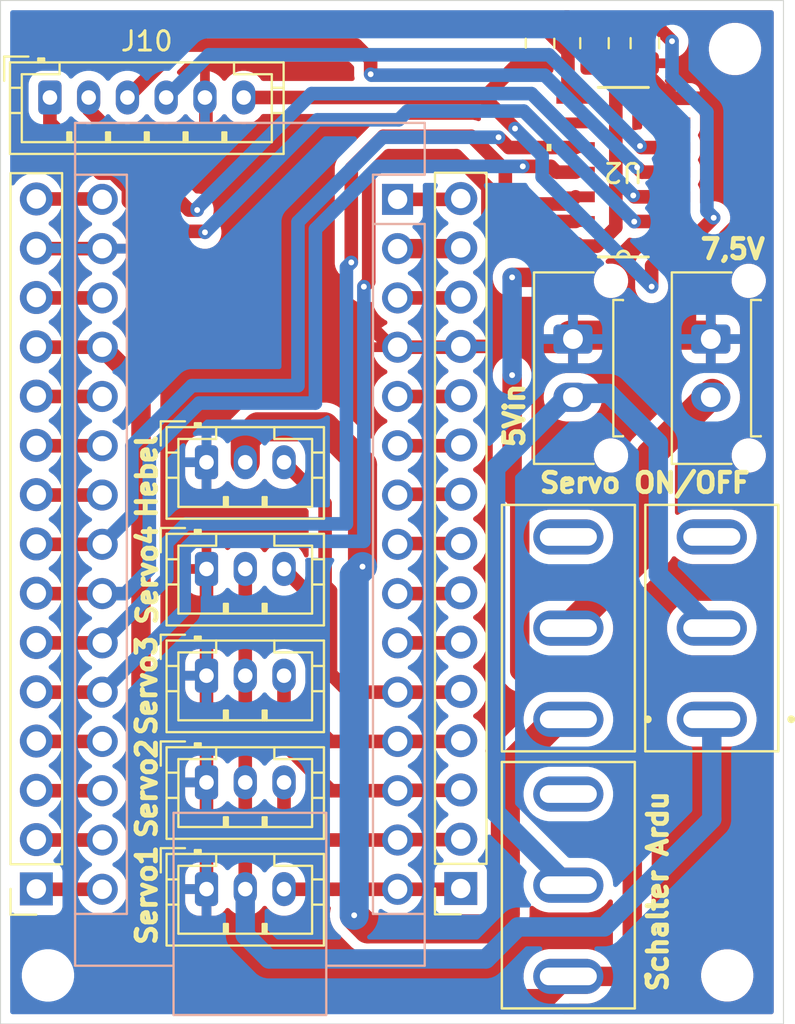
<source format=kicad_pcb>
(kicad_pcb (version 20240108) (generator "pcbnew") (generator_version "8.0")
  (layers (0 "F.Cu" signal) (31 "B.Cu" signal) (34 "B.Paste" user) (35 "F.Paste" user) (36 "B.SilkS" user "B.Silkscreen") (37 "F.SilkS" user "F.Silkscreen") (38 "B.Mask" user) (39 "F.Mask" user) (44 "Edge.Cuts" user))
  (net 0 "")
  (net 1 "GND")
  (net 2 "/A7")
  (net 3 "/kommunikation2")
  (net 4 "/A5")
  (net 5 "/Aref")
  (net 6 "+3.3V")
  (net 7 "/vin")
  (net 8 "/reset")
  (net 9 "/kommunikation4")
  (net 10 "/D13")
  (net 11 "/servo5")
  (net 12 "/D0")
  (net 13 "/servo4")
  (net 14 "/kommunikation1")
  (net 15 "/A6")
  (net 16 "/kommunikation3")
  (net 17 "/servo1")
  (net 18 "/A0")
  (net 19 "/D2")
  (net 20 "/D1")
  (net 21 "/D3")
  (net 22 "/D5")
  (net 23 "/D7")
  (net 24 "/servo2")
  (net 25 "/D4")
  (net 26 "/D6")
  (net 27 "/servo3")
  (net 28 "+5V")
  (net 29 "/pi1")
  (net 30 "/pi3")
  (net 31 "/pi4")
  (net 32 "/pi2")
  (net 33 "Net-(U2-OE)")
  (net 36 "+7.5V")
  (footprint "100SP1T1B1M1QEH:SW_100SP1T1B1M1QEH" (layer "F.Cu") (at 156.7025 59.5975 90)
    (property "Reference" "J11" (hide yes))
    (property "Value" "Conn_01x03_Pin" (hide yes))
    (pad "1" thru_hole oval (at -4.7 0 90) (size 1.81 3.62) (drill oval 0.91 2.94) (layers "*.Cu" "*.Mask") (net 28 "+5V"))
    (pad "2" thru_hole oval (at 0 0 90) (size 1.81 3.62) (drill oval 0.91 2.94) (layers "*.Cu" "*.Mask") (net 28 "+5V"))
    (pad "3" thru_hole oval (at 4.7 0 90) (size 1.81 3.62) (drill oval 0.91 2.94) (layers "*.Cu" "*.Mask"))
  )
  (footprint "Connector_JST:JST_PH_B3B-PH-K_1x03_P2.00mm_Vertical" (layer "F.Cu") (at 130.63 51.05)
    (property "Reference" "J3" (hide yes))
    (property "Value" "Conn_01x03_Pin" (hide yes))
    (pad "1" thru_hole roundrect (at 0 0) (size 1.2 1.75) (drill 0.75) (layers "*.Cu" "*.Mask") (roundrect_rratio 0.208333) (net 1 "GND"))
    (pad "2" thru_hole oval (at 2 0) (size 1.2 1.75) (drill 0.75) (layers "*.Cu" "*.Mask") (net 36 "+7.5V"))
    (pad "3" thru_hole oval (at 4 0) (size 1.2 1.75) (drill 0.75) (layers "*.Cu" "*.Mask") (net 11 "/servo5"))
  )
  (footprint "100SP1T1B1M1QEH:SW_100SP1T1B1M1QEH" (layer "F.Cu") (at 149.3 72.85 90)
    (property "Reference" "J1" (hide yes))
    (property "Value" "Conn_01x03_Pin" (hide yes))
    (pad "1" thru_hole oval (at -4.7 0 90) (size 1.81 3.62) (drill oval 0.91 2.94) (layers "*.Cu" "*.Mask") (net 28 "+5V"))
    (pad "2" thru_hole oval (at 0 0 90) (size 1.81 3.62) (drill oval 0.91 2.94) (layers "*.Cu" "*.Mask") (net 28 "+5V"))
    (pad "3" thru_hole oval (at 4.7 0 90) (size 1.81 3.62) (drill oval 0.91 2.94) (layers "*.Cu" "*.Mask"))
  )
  (footprint "Connector_JST:JST_PH_B6B-PH-K_1x06_P2.00mm_Vertical" (layer "F.Cu") (at 122.55 32.25)
    (property "Reference" "J10" (at 5 -2.9 0) (layer "F.SilkS"))
    (property "Value" "Conn_01x06_Pin")
    (pad "1" thru_hole roundrect (at 0 0) (size 1.2 1.75) (drill 0.75) (layers "*.Cu" "*.Mask") (roundrect_rratio 0.208333) (net 29 "/pi1"))
    (pad "2" thru_hole oval (at 2 0) (size 1.2 1.75) (drill 0.75) (layers "*.Cu" "*.Mask") (net 32 "/pi2"))
    (pad "3" thru_hole oval (at 4 0) (size 1.2 1.75) (drill 0.75) (layers "*.Cu" "*.Mask") (net 30 "/pi3"))
    (pad "4" thru_hole oval (at 6 0) (size 1.2 1.75) (drill 0.75) (layers "*.Cu" "*.Mask") (net 31 "/pi4"))
    (pad "5" thru_hole oval (at 8 0) (size 1.2 1.75) (drill 0.75) (layers "*.Cu" "*.Mask") (net 1 "GND"))
    (pad "6" thru_hole oval (at 10 0) (size 1.2 1.75) (drill 0.75) (layers "*.Cu" "*.Mask") (net 6 "+3.3V"))
  )
  (footprint "Connector_Molex:Molex_Micro-Fit_3.0_43650-0215_1x02_P3.00mm_Vertical" (layer "F.Cu") (at 156.65 44.7 -90)
    (property "Reference" "7,5Vin1" (hide yes))
    (property "Value" "Conn_01x02_Pin" (hide yes))
    (pad "" np_thru_hole circle (at -3 -1.96 270) (size 1.27 1.27) (drill 1.27) (layers "*.Cu" "*.Mask"))
    (pad "" np_thru_hole circle (at 6 -1.96 270) (size 1.27 1.27) (drill 1.27) (layers "*.Cu" "*.Mask"))
    (pad "1" thru_hole roundrect (at 0 0 270) (size 1.5 2.02) (drill 1.02) (layers "*.Cu" "*.Mask") (roundrect_rratio 0.166667) (net 1 "GND"))
    (pad "2" thru_hole oval (at 3 0 270) (size 1.5 2.02) (drill 1.02) (layers "*.Cu" "*.Mask") (net 36 "+7.5V"))
  )
  (footprint "100SP1T1B1M1QEH:SW_100SP1T1B1M1QEH" (layer "F.Cu") (at 149.3025 59.6 90)
    (property "Reference" "J9" (hide yes))
    (property "Value" "Conn_01x03_Pin" (hide yes))
    (pad "1" thru_hole oval (at -4.7 0 90) (size 1.81 3.62) (drill oval 0.91 2.94) (layers "*.Cu" "*.Mask") (net 36 "+7.5V"))
    (pad "2" thru_hole oval (at 0 0 90) (size 1.81 3.62) (drill oval 0.91 2.94) (layers "*.Cu" "*.Mask") (net 36 "+7.5V"))
    (pad "3" thru_hole oval (at 4.7 0 90) (size 1.81 3.62) (drill oval 0.91 2.94) (layers "*.Cu" "*.Mask"))
  )
  (footprint "Connector_Molex:Molex_Micro-Fit_3.0_43650-0215_1x02_P3.00mm_Vertical" (layer "F.Cu") (at 149.54 44.7 -90)
    (property "Reference" "5Vin1" (hide yes))
    (property "Value" "Conn_01x02_Pin" (hide yes))
    (pad "" np_thru_hole circle (at -3 -1.96 270) (size 1.27 1.27) (drill 1.27) (layers "*.Cu" "*.Mask"))
    (pad "" np_thru_hole circle (at 6 -1.96 270) (size 1.27 1.27) (drill 1.27) (layers "*.Cu" "*.Mask"))
    (pad "1" thru_hole roundrect (at 0 0 270) (size 1.5 2.02) (drill 1.02) (layers "*.Cu" "*.Mask") (roundrect_rratio 0.166667) (net 1 "GND"))
    (pad "2" thru_hole oval (at 3 0 270) (size 1.5 2.02) (drill 1.02) (layers "*.Cu" "*.Mask") (net 28 "+5V"))
  )
  (footprint "Capacitor_SMD:C_0805_2012Metric_Pad1.18x1.45mm_HandSolder" (layer "F.Cu") (at 153.25 29.45 90)
    (property "Reference" "C1" (hide yes))
    (property "Value" "C" (hide yes))
    (pad "1" smd roundrect (at -1.0375 0 90) (size 1.175 1.45) (layers "F.Cu" "F.Paste" "F.Mask") (roundrect_rratio 0.212766) (net 1 "GND"))
    (pad "2" smd roundrect (at 1.0375 0 90) (size 1.175 1.45) (layers "F.Cu" "F.Paste" "F.Mask") (roundrect_rratio 0.212766) (net 6 "+3.3V"))
  )
  (footprint "Connector_JST:JST_PH_B3B-PH-K_1x03_P2.00mm_Vertical" (layer "F.Cu") (at 130.63 56.55)
    (property "Reference" "J4" (hide yes))
    (property "Value" "Conn_01x03_Pin" (hide yes))
    (pad "1" thru_hole roundrect (at 0 0) (size 1.2 1.75) (drill 0.75) (layers "*.Cu" "*.Mask") (roundrect_rratio 0.208333) (net 1 "GND"))
    (pad "2" thru_hole oval (at 2 0) (size 1.2 1.75) (drill 0.75) (layers "*.Cu" "*.Mask") (net 28 "+5V"))
    (pad "3" thru_hole oval (at 4 0) (size 1.2 1.75) (drill 0.75) (layers "*.Cu" "*.Mask") (net 13 "/servo4"))
  )
  (footprint "Capacitor_SMD:C_0805_2012Metric_Pad1.18x1.45mm_HandSolder" (layer "F.Cu") (at 150.65 29.45 -90)
    (property "Reference" "C2" (hide yes))
    (property "Value" "C" (hide yes))
    (pad "1" smd roundrect (at -1.0375 0 270) (size 1.175 1.45) (layers "F.Cu" "F.Paste" "F.Mask") (roundrect_rratio 0.212766) (net 1 "GND"))
    (pad "2" smd roundrect (at 1.0375 0 270) (size 1.175 1.45) (layers "F.Cu" "F.Paste" "F.Mask") (roundrect_rratio 0.212766) (net 28 "+5V"))
  )
  (footprint "MountingHole:MountingHole_2.2mm_M2" (layer "F.Cu") (at 157.5 77.5)
    (property "Reference" "REF**" (hide yes))
    (property "Value" "MountingHole_2.2mm_M2" (hide yes))
    (pad "" np_thru_hole circle (at 0 0) (size 2.2 2.2) (drill 2.2) (layers "F&B.Cu" "*.Mask"))
  )
  (footprint "Connector_JST:JST_PH_B3B-PH-K_1x03_P2.00mm_Vertical" (layer "F.Cu") (at 130.63 62.05)
    (property "Reference" "J6" (hide yes))
    (property "Value" "Conn_01x03_Pin" (hide yes))
    (pad "1" thru_hole roundrect (at 0 0) (size 1.2 1.75) (drill 0.75) (layers "*.Cu" "*.Mask") (roundrect_rratio 0.208333) (net 1 "GND"))
    (pad "2" thru_hole oval (at 2 0) (size 1.2 1.75) (drill 0.75) (layers "*.Cu" "*.Mask") (net 28 "+5V"))
    (pad "3" thru_hole oval (at 4 0) (size 1.2 1.75) (drill 0.75) (layers "*.Cu" "*.Mask") (net 27 "/servo3"))
  )
  (footprint "Connector_JST:JST_PH_B3B-PH-K_1x03_P2.00mm_Vertical" (layer "F.Cu") (at 130.63 67.55)
    (property "Reference" "J5" (hide yes))
    (property "Value" "Conn_01x03_Pin" (hide yes))
    (pad "1" thru_hole roundrect (at 0 0) (size 1.2 1.75) (drill 0.75) (layers "*.Cu" "*.Mask") (roundrect_rratio 0.208333) (net 1 "GND"))
    (pad "2" thru_hole oval (at 2 0) (size 1.2 1.75) (drill 0.75) (layers "*.Cu" "*.Mask") (net 28 "+5V"))
    (pad "3" thru_hole oval (at 4 0) (size 1.2 1.75) (drill 0.75) (layers "*.Cu" "*.Mask") (net 24 "/servo2"))
  )
  (footprint "Connector_PinSocket_2.54mm:PinSocket_1x15_P2.54mm_Vertical" (layer "F.Cu") (at 143.75 73.02 180)
    (property "Reference" "J7" (hide yes))
    (property "Value" "Conn_01x15_Pin" (hide yes))
    (pad "1" thru_hole rect (at 0 0 180) (size 1.7 1.7) (drill 1) (layers "*.Cu" "*.Mask") (net 17 "/servo1"))
    (pad "2" thru_hole oval (at 0 2.54 180) (size 1.7 1.7) (drill 1) (layers "*.Cu" "*.Mask") (net 24 "/servo2"))
    (pad "3" thru_hole oval (at 0 5.08 180) (size 1.7 1.7) (drill 1) (layers "*.Cu" "*.Mask") (net 27 "/servo3"))
    (pad "4" thru_hole oval (at 0 7.62 180) (size 1.7 1.7) (drill 1) (layers "*.Cu" "*.Mask") (net 13 "/servo4"))
    (pad "5" thru_hole oval (at 0 10.16 180) (size 1.7 1.7) (drill 1) (layers "*.Cu" "*.Mask") (net 11 "/servo5"))
    (pad "6" thru_hole oval (at 0 12.7 180) (size 1.7 1.7) (drill 1) (layers "*.Cu" "*.Mask") (net 23 "/D7"))
    (pad "7" thru_hole oval (at 0 15.24 180) (size 1.7 1.7) (drill 1) (layers "*.Cu" "*.Mask") (net 26 "/D6"))
    (pad "8" thru_hole oval (at 0 17.78 180) (size 1.7 1.7) (drill 1) (layers "*.Cu" "*.Mask") (net 22 "/D5"))
    (pad "9" thru_hole oval (at 0 20.32 180) (size 1.7 1.7) (drill 1) (layers "*.Cu" "*.Mask") (net 25 "/D4"))
    (pad "10" thru_hole oval (at 0 22.86 180) (size 1.7 1.7) (drill 1) (layers "*.Cu" "*.Mask") (net 21 "/D3"))
    (pad "11" thru_hole oval (at 0 25.4 180) (size 1.7 1.7) (drill 1) (layers "*.Cu" "*.Mask") (net 19 "/D2"))
    (pad "12" thru_hole oval (at 0 27.94 180) (size 1.7 1.7) (drill 1) (layers "*.Cu" "*.Mask") (net 1 "GND"))
    (pad "13" thru_hole oval (at 0 30.48 180) (size 1.7 1.7) (drill 1) (layers "*.Cu" "*.Mask") (net 8 "/reset"))
    (pad "14" thru_hole oval (at 0 33.02 180) (size 1.7 1.7) (drill 1) (layers "*.Cu" "*.Mask") (net 12 "/D0"))
    (pad "15" thru_hole oval (at 0 35.56 180) (size 1.7 1.7) (drill 1) (layers "*.Cu" "*.Mask") (net 20 "/D1"))
  )
  (footprint "TXB0104DR:D14" (layer "F.Cu") (at 152.1389 36.1 180)
    (property "Reference" "U2" (at 0 0 180) (layer "F.SilkS"))
    (property "Value" "TXB0104D" (hide yes))
    (pad "1" smd rect (at -2.4638 -3.81 180) (size 1.9812 0.5588) (layers "F.Cu" "F.Paste" "F.Mask") (net 6 "+3.3V"))
    (pad "2" smd rect (at -2.4638 -2.54 180) (size 1.9812 0.5588) (layers "F.Cu" "F.Paste" "F.Mask") (net 29 "/pi1"))
    (pad "3" smd rect (at -2.4638 -1.27 180) (size 1.9812 0.5588) (layers "F.Cu" "F.Paste" "F.Mask") (net 32 "/pi2"))
    (pad "4" smd rect (at -2.4638 0 180) (size 1.9812 0.5588) (layers "F.Cu" "F.Paste" "F.Mask") (net 30 "/pi3"))
    (pad "5" smd rect (at -2.4638 1.27 180) (size 1.9812 0.5588) (layers "F.Cu" "F.Paste" "F.Mask") (net 31 "/pi4"))
    (pad "6" smd rect (at -2.4638 2.54 180) (size 1.9812 0.5588) (layers "F.Cu" "F.Paste" "F.Mask"))
    (pad "7" smd rect (at -2.4638 3.81 180) (size 1.9812 0.5588) (layers "F.Cu" "F.Paste" "F.Mask") (net 1 "GND"))
    (pad "8" smd rect (at 2.4638 3.81 180) (size 1.9812 0.5588) (layers "F.Cu" "F.Paste" "F.Mask") (net 33 "Net-(U2-OE)"))
    (pad "9" smd rect (at 2.4638 2.54 180) (size 1.9812 0.5588) (layers "F.Cu" "F.Paste" "F.Mask"))
    (pad "10" smd rect (at 2.4638 1.27 180) (size 1.9812 0.5588) (layers "F.Cu" "F.Paste" "F.Mask") (net 9 "/kommunikation4"))
    (pad "11" smd rect (at 2.4638 0 180) (size 1.9812 0.5588) (layers "F.Cu" "F.Paste" "F.Mask") (net 16 "/kommunikation3"))
    (pad "12" smd rect (at 2.4638 -1.27 180) (size 1.9812 0.5588) (layers "F.Cu" "F.Paste" "F.Mask") (net 3 "/kommunikation2"))
    (pad "13" smd rect (at 2.4638 -2.54 180) (size 1.9812 0.5588) (layers "F.Cu" "F.Paste" "F.Mask") (net 14 "/kommunikation1"))
    (pad "14" smd rect (at 2.4638 -3.81 180) (size 1.9812 0.5588) (layers "F.Cu" "F.Paste" "F.Mask") (net 28 "+5V"))
  )
  (footprint "Connector_PinSocket_2.54mm:PinSocket_1x15_P2.54mm_Vertical" (layer "F.Cu") (at 121.85 73.04 180)
    (property "Reference" "J8" (hide yes))
    (property "Value" "Conn_01x15_Pin" (hide yes))
    (pad "1" thru_hole rect (at 0 0 180) (size 1.7 1.7) (drill 1) (layers "*.Cu" "*.Mask") (net 10 "/D13"))
    (pad "2" thru_hole oval (at 0 2.54 180) (size 1.7 1.7) (drill 1) (layers "*.Cu" "*.Mask") (net 6 "+3.3V"))
    (pad "3" thru_hole oval (at 0 5.08 180) (size 1.7 1.7) (drill 1) (layers "*.Cu" "*.Mask") (net 5 "/Aref"))
    (pad "4" thru_hole oval (at 0 7.62 180) (size 1.7 1.7) (drill 1) (layers "*.Cu" "*.Mask") (net 18 "/A0"))
    (pad "5" thru_hole oval (at 0 10.16 180) (size 1.7 1.7) (drill 1) (layers "*.Cu" "*.Mask") (net 14 "/kommunikation1"))
    (pad "6" thru_hole oval (at 0 12.7 180) (size 1.7 1.7) (drill 1) (layers "*.Cu" "*.Mask") (net 3 "/kommunikation2"))
    (pad "7" thru_hole oval (at 0 15.24 180) (size 1.7 1.7) (drill 1) (layers "*.Cu" "*.Mask") (net 16 "/kommunikation3"))
    (pad "8" thru_hole oval (at 0 17.78 180) (size 1.7 1.7) (drill 1) (layers "*.Cu" "*.Mask") (net 9 "/kommunikation4"))
    (pad "9" thru_hole oval (at 0 20.32 180) (size 1.7 1.7) (drill 1) (layers "*.Cu" "*.Mask") (net 4 "/A5"))
    (pad "10" thru_hole oval (at 0 22.86 180) (size 1.7 1.7) (drill 1) (layers "*.Cu" "*.Mask") (net 15 "/A6"))
    (pad "11" thru_hole oval (at 0 25.4 180) (size 1.7 1.7) (drill 1) (layers "*.Cu" "*.Mask") (net 2 "/A7"))
    (pad "12" thru_hole oval (at 0 27.94 180) (size 1.7 1.7) (drill 1) (layers "*.Cu" "*.Mask") (net 28 "+5V"))
    (pad "13" thru_hole oval (at 0 30.48 180) (size 1.7 1.7) (drill 1) (layers "*.Cu" "*.Mask") (net 8 "/reset"))
    (pad "14" thru_hole oval (at 0 33.02 180) (size 1.7 1.7) (drill 1) (layers "*.Cu" "*.Mask") (net 1 "GND"))
    (pad "15" thru_hole oval (at 0 35.56 180) (size 1.7 1.7) (drill 1) (layers "*.Cu" "*.Mask") (net 7 "/vin"))
  )
  (footprint "Connector_JST:JST_PH_B3B-PH-K_1x03_P2.00mm_Vertical" (layer "F.Cu") (at 130.63 73.05)
    (property "Reference" "J2" (hide yes))
    (property "Value" "Conn_01x03_Pin" (hide yes))
    (pad "1" thru_hole roundrect (at 0 0) (size 1.2 1.75) (drill 0.75) (layers "*.Cu" "*.Mask") (roundrect_rratio 0.208333) (net 1 "GND"))
    (pad "2" thru_hole oval (at 2 0) (size 1.2 1.75) (drill 0.75) (layers "*.Cu" "*.Mask") (net 28 "+5V"))
    (pad "3" thru_hole oval (at 4 0) (size 1.2 1.75) (drill 0.75) (layers "*.Cu" "*.Mask") (net 17 "/servo1"))
  )
  (footprint "Resistor_SMD:R_0805_2012Metric_Pad1.20x1.40mm_HandSolder" (layer "F.Cu") (at 147.84 29.45 90)
    (property "Reference" "R1" (hide yes))
    (property "Value" "R_Small" (hide yes))
    (pad "1" smd roundrect (at -1 0 90) (size 1.2 1.4) (layers "F.Cu" "F.Paste" "F.Mask") (roundrect_rratio 0.208333) (net 6 "+3.3V"))
    (pad "2" smd roundrect (at 1 0 90) (size 1.2 1.4) (layers "F.Cu" "F.Paste" "F.Mask") (roundrect_rratio 0.208333) (net 33 "Net-(U2-OE)"))
  )
  (footprint "MountingHole:MountingHole_2.2mm_M2" (layer "F.Cu") (at 122.45 77.5)
    (property "Reference" "REF**" (hide yes))
    (property "Value" "MountingHole_2.2mm_M2" (hide yes))
    (pad "" np_thru_hole circle (at 0 0) (size 2.2 2.2) (drill 2.2) (layers "F&B.Cu" "*.Mask"))
  )
  (footprint "MountingHole:MountingHole_2.2mm_M2" (layer "F.Cu") (at 157.9 29.75)
    (property "Reference" "REF**" (hide yes))
    (property "Value" "MountingHole_2.2mm_M2" (hide yes))
    (pad "" np_thru_hole circle (at 0 0) (size 2.2 2.2) (drill 2.2) (layers "F&B.Cu" "*.Mask"))
  )
  (footprint "Module:Arduino_Nano" (layer "B.Cu") (at 140.49 37.5 180)
    (property "Reference" "A1" (hide yes))
    (property "Value" "Arduino_Nano_v3.x")
    (pad "1" thru_hole rect (at 0 0 180) (size 1.6 1.6) (drill 1) (layers "*.Cu" "*.Mask") (net 20 "/D1"))
    (pad "2" thru_hole oval (at 0 -2.54 180) (size 1.6 1.6) (drill 1) (layers "*.Cu" "*.Mask") (net 12 "/D0"))
    (pad "3" thru_hole oval (at 0 -5.08 180) (size 1.6 1.6) (drill 1) (layers "*.Cu" "*.Mask") (net 8 "/reset"))
    (pad "4" thru_hole oval (at 0 -7.62 180) (size 1.6 1.6) (drill 1) (layers "*.Cu" "*.Mask") (net 1 "GND"))
    (pad "5" thru_hole oval (at 0 -10.16 180) (size 1.6 1.6) (drill 1) (layers "*.Cu" "*.Mask") (net 19 "/D2"))
    (pad "6" thru_hole oval (at 0 -12.7 180) (size 1.6 1.6) (drill 1) (layers "*.Cu" "*.Mask") (net 21 "/D3"))
    (pad "7" thru_hole oval (at 0 -15.24 180) (size 1.6 1.6) (drill 1) (layers "*.Cu" "*.Mask") (net 25 "/D4"))
    (pad "8" thru_hole oval (at 0 -17.78 180) (size 1.6 1.6) (drill 1) (layers "*.Cu" "*.Mask") (net 22 "/D5"))
    (pad "9" thru_hole oval (at 0 -20.32 180) (size 1.6 1.6) (drill 1) (layers "*.Cu" "*.Mask") (net 26 "/D6"))
    (pad "10" thru_hole oval (at 0 -22.86 180) (size 1.6 1.6) (drill 1) (layers "*.Cu" "*.Mask") (net 23 "/D7"))
    (pad "11" thru_hole oval (at 0 -25.4 180) (size 1.6 1.6) (drill 1) (layers "*.Cu" "*.Mask") (net 11 "/servo5"))
    (pad "12" thru_hole oval (at 0 -27.94 180) (size 1.6 1.6) (drill 1) (layers "*.Cu" "*.Mask") (net 13 "/servo4"))
    (pad "13" thru_hole oval (at 0 -30.48 180) (size 1.6 1.6) (drill 1) (layers "*.Cu" "*.Mask") (net 27 "/servo3"))
    (pad "14" thru_hole oval (at 0 -33.02 180) (size 1.6 1.6) (drill 1) (layers "*.Cu" "*.Mask") (net 24 "/servo2"))
    (pad "15" thru_hole oval (at 0 -35.56 180) (size 1.6 1.6) (drill 1) (layers "*.Cu" "*.Mask") (net 17 "/servo1"))
    (pad "16" thru_hole oval (at 15.24 -35.56 180) (size 1.6 1.6) (drill 1) (layers "*.Cu" "*.Mask") (net 10 "/D13"))
    (pad "17" thru_hole oval (at 15.24 -33.02 180) (size 1.6 1.6) (drill 1) (layers "*.Cu" "*.Mask") (net 6 "+3.3V"))
    (pad "18" thru_hole oval (at 15.24 -30.48 180) (size 1.6 1.6) (drill 1) (layers "*.Cu" "*.Mask") (net 5 "/Aref"))
    (pad "19" thru_hole oval (at 15.24 -27.94 180) (size 1.6 1.6) (drill 1) (layers "*.Cu" "*.Mask") (net 18 "/A0"))
    (pad "20" thru_hole oval (at 15.24 -25.4 180) (size 1.6 1.6) (drill 1) (layers "*.Cu" "*.Mask") (net 14 "/kommunikation1"))
    (pad "21" thru_hole oval (at 15.24 -22.86 180) (size 1.6 1.6) (drill 1) (layers "*.Cu" "*.Mask") (net 3 "/kommunikation2"))
    (pad "22" thru_hole oval (at 15.24 -20.32 180) (size 1.6 1.6) (drill 1) (layers "*.Cu" "*.Mask") (net 16 "/kommunikation3"))
    (pad "23" thru_hole oval (at 15.24 -17.78 180) (size 1.6 1.6) (drill 1) (layers "*.Cu" "*.Mask") (net 9 "/kommunikation4"))
    (pad "24" thru_hole oval (at 15.24 -15.24 180) (size 1.6 1.6) (drill 1) (layers "*.Cu" "*.Mask") (net 4 "/A5"))
    (pad "25" thru_hole oval (at 15.24 -12.7 180) (size 1.6 1.6) (drill 1) (layers "*.Cu" "*.Mask") (net 15 "/A6"))
    (pad "26" thru_hole oval (at 15.24 -10.16 180) (size 1.6 1.6) (drill 1) (layers "*.Cu" "*.Mask") (net 2 "/A7"))
    (pad "27" thru_hole oval (at 15.24 -7.62 180) (size 1.6 1.6) (drill 1) (layers "*.Cu" "*.Mask") (net 28 "+5V"))
    (pad "28" thru_hole oval (at 15.24 -5.08 180) (size 1.6 1.6) (drill 1) (layers "*.Cu" "*.Mask") (net 8 "/reset"))
    (pad "29" thru_hole oval (at 15.24 -2.54 180) (size 1.6 1.6) (drill 1) (layers "*.Cu" "*.Mask") (net 1 "GND"))
    (pad "30" thru_hole oval (at 15.24 0 180) (size 1.6 1.6) (drill 1) (layers "*.Cu" "*.Mask") (net 7 "/vin"))
  )
  (gr_rect (start 120 27.25) (end 160.4 80) (stroke (width 0.05)) (fill none) (layer "Edge.Cuts"))
  (gr_text "Servo3\n\n" (at 129.73 65.25 90) (layer "F.SilkS") (effects (font (size 1 1) (thickness 0.25) (bold yes)) (justify left bottom)))
  (gr_text "Servo ON/OFF" (at 147.7 52.7 0) (layer "F.SilkS") (effects (font (size 1 1) (thickness 0.25) (bold yes)) (justify left bottom)))
  (gr_text "Servo4\n\n\n" (at 131.38 59.55 90) (layer "F.SilkS") (effects (font (size 1 1) (thickness 0.25) (bold yes)) (justify left bottom)))
  (gr_text "7,5V \n" (at 156 40.65 0) (layer "F.SilkS") (effects (font (size 1 1) (thickness 0.25) (bold yes)) (justify left bottom)))
  (gr_text "Servo1" (at 128.13 76.05 90) (layer "F.SilkS") (effects (font (size 1 1) (thickness 0.25) (bold yes)) (justify left bottom)))
  (gr_text "Schalter Ardu" (at 154.5 78.45 90) (layer "F.SilkS") (effects (font (size 1 1) (thickness 0.25) (bold yes)) (justify left bottom)))
  (gr_text "5Vin" (at 147.1 50.4 90) (layer "F.SilkS") (effects (font (size 1 1) (thickness 0.25) (bold yes)) (justify left bottom)))
  (gr_text "Servo2\n" (at 128.13 70.55 90) (layer "F.SilkS") (effects (font (size 1 1) (thickness 0.25) (bold yes)) (justify left bottom)))
  (gr_text "Hebel\n" (at 128.13 54.05 90) (layer "F.SilkS") (effects (font (size 1 1) (thickness 0.25) (bold yes)) (justify left bottom)))
  (segment (start 130.63 73.05) (end 130.63 67.55) (width 0.7) (layer "F.Cu") (net 1))
  (segment (start 140.49 45.12) (end 143.71 45.12) (width 0.7) (layer "F.Cu") (net 1))
  (segment (start 156.45 44.5) (end 149.4 44.5) (width 1.5) (layer "F.Cu") (net 1))
  (segment (start 157.4 41.4) (end 157.4 39.4) (width 0.7) (layer "F.Cu") (net 1))
  (segment (start 156.65 44.7) (end 156.45 44.5) (width 1.5) (layer "F.Cu") (net 1))
  (segment (start 121.85 40.02) (end 121.87 40.04) (width 0.7) (layer "F.Cu") (net 1))
  (segment (start 150.65 28.4125) (end 151.175 28.4125) (width 0.4) (layer "F.Cu") (net 1))
  (segment (start 130.6 32.3) (end 130.55 32.25) (width 0.7) (layer "F.Cu") (net 1))
  (segment (start 158.95 37.85) (end 158.95 35.1) (width 0.7) (layer "F.Cu") (net 1))
  (segment (start 154.6027 32.29) (end 153.25 30.9373) (width 0.7) (layer "F.Cu") (net 1))
  (segment (start 121.87 40.04) (end 125.25 40.04) (width 0.7) (layer "F.Cu") (net 1))
  (segment (start 156.14 32.29) (end 154.6027 32.29) (width 0.7) (layer "F.Cu") (net 1))
  (segment (start 130.6 35.55) (end 130.6 32.3) (width 0.7) (layer "F.Cu") (net 1))
  (segment (start 140.17 45.12) (end 130.6 35.55) (width 0.7) (layer "F.Cu") (net 1))
  (segment (start 155.55 43.25) (end 157.4 41.4) (width 0.7) (layer "F.Cu") (net 1))
  (segment (start 155.55 44.5) (end 155.55 43.25) (width 0.7) (layer "F.Cu") (net 1))
  (segment (start 130.63 51.05) (end 130.66625 51.01375) (width 1) (layer "F.Cu") (net 1))
  (segment (start 158.95 35.1) (end 156.14 32.29) (width 0.7) (layer "F.Cu") (net 1))
  (segment (start 157.4 39.4) (end 158.95 37.85) (width 0.7) (layer "F.Cu") (net 1))
  (segment (start 149.16 45.08) (end 149.54 44.7) (width 0.7) (layer "F.Cu") (net 1))
  (segment (start 143.71 45.12) (end 143.75 45.08) (width 0.7) (layer "F.Cu") (net 1))
  (segment (start 143.75 45.08) (end 149.16 45.08) (width 0.7) (layer "F.Cu") (net 1))
  (segment (start 140.49 45.12) (end 140.17 45.12) (width 0.7) (layer "F.Cu") (net 1))
  (segment (start 130.63 62.05) (end 130.63 56.55) (width 0.7) (layer "F.Cu") (net 1))
  (segment (start 130.63 67.55) (end 130.63 62.05) (width 0.7) (layer "F.Cu") (net 1))
  (segment (start 151.175 28.4125) (end 153.25 30.4875) (width 0.4) (layer "F.Cu") (net 1))
  (segment (start 153.25 30.9373) (end 153.25 30.4875) (width 0.7) (layer "F.Cu") (net 1))
  (segment (start 121.85 47.64) (end 121.87 47.66) (width 0.7) (layer "F.Cu") (net 2))
  (segment (start 121.87 47.66) (end 125.25 47.66) (width 0.7) (layer "F.Cu") (net 2))
  (segment (start 146.05 36) (end 146.05 37.74) (width 0.7) (layer "F.Cu") (net 3))
  (segment (start 122.56 60.36) (end 125.25 60.36) (width 0.7) (layer "F.Cu") (net 3))
  (segment (start 138.1 35.9) (end 139.75 34.25) (width 0.7) (layer "F.Cu") (net 3))
  (segment (start 149.3051 37.74) (end 149.6751 37.37) (width 0.7) (layer "F.Cu") (net 3))
  (segment (start 146.05 37.74) (end 149.3051 37.74) (width 0.7) (layer "F.Cu") (net 3))
  (segment (start 138.1 40.75) (end 138.1 35.9) (width 0.7) (layer "F.Cu") (net 3))
  (segment (start 139.75 34.25) (end 144.3 34.25) (width 0.7) (layer "F.Cu") (net 3))
  (segment (start 144.3 34.25) (end 146.05 36) (width 0.7) (layer "F.Cu") (net 3))
  (via (at 138.1 40.75) (size 0.6) (drill 0.3) (layers "F.Cu" "B.Cu") (net 3))
  (segment (start 128.58 55.21391) (end 128.58 57.03) (width 0.7) (layer "B.Cu") (net 3))
  (segment (start 129.56891 54.225) (end 128.58 55.21391) (width 0.7) (layer "B.Cu") (net 3))
  (segment (start 137.85 54.225) (end 129.56891 54.225) (width 0.7) (layer "B.Cu") (net 3))
  (segment (start 137.85 41) (end 137.85 54.225) (width 0.7) (layer "B.Cu") (net 3))
  (segment (start 138.1 40.75) (end 137.85 41) (width 0.7) (layer "B.Cu") (net 3))
  (segment (start 128.58 57.03) (end 125.25 60.36) (width 0.7) (layer "B.Cu") (net 3))
  (segment (start 121.85 52.72) (end 121.87 52.74) (width 0.7) (layer "F.Cu") (net 4))
  (segment (start 121.87 52.74) (end 125.25 52.74) (width 0.7) (layer "F.Cu") (net 4))
  (segment (start 121.85 67.96) (end 121.87 67.98) (width 0.7) (layer "F.Cu") (net 5))
  (segment (start 121.87 67.98) (end 125.25 67.98) (width 0.7) (layer "F.Cu") (net 5))
  (segment (start 153.7125 28.4125) (end 153.25 28.4125) (width 0.7) (layer "F.Cu") (net 6))
  (segment (start 146.75 30.45) (end 147.84 30.45) (width 0.7) (layer "F.Cu") (net 6))
  (segment (start 153.6 40.9127) (end 154.6027 39.91) (width 0.7) (layer "F.Cu") (net 6))
  (segment (start 156.1433 39.1067) (end 156.1433 39.4694) (width 0.7) (layer "F.Cu") (net 6))
  (segment (start 121.87 70.52) (end 125.25 70.52) (width 0.7) (layer "F.Cu") (net 6))
  (segment (start 121.85 70.5) (end 121.87 70.52) (width 0.7) (layer "F.Cu") (net 6))
  (segment (start 156.1433 39.4694) (end 155.7027 39.91) (width 0.7) (layer "F.Cu") (net 6))
  (segment (start 154.65 29.35) (end 153.7125 28.4125) (width 0.7) (layer "F.Cu") (net 6))
  (segment (start 144.95 32.25) (end 132.55 32.25) (width 0.7) (layer "F.Cu") (net 6))
  (segment (start 146.55 33.85) (end 144.95 32.25) (width 0.7) (layer "F.Cu") (net 6))
  (segment (start 153.6 42) (end 153.6 40.9127) (width 0.7) (layer "F.Cu") (net 6))
  (segment (start 156.8 38.45) (end 156.1433 39.1067) (width 0.7) (layer "F.Cu") (net 6))
  (segment (start 155.7027 39.91) (end 154.6027 39.91) (width 0.7) (layer "F.Cu") (net 6))
  (segment (start 144.95 32.25) (end 146.75 30.45) (width 0.7) (layer "F.Cu") (net 6))
  (via (at 146.55 33.85) (size 0.6) (drill 0.3) (layers "F.Cu" "B.Cu") (net 6))
  (via (at 153.6 42) (size 0.6) (drill 0.3) (layers "F.Cu" "B.Cu") (net 6))
  (via (at 154.65 29.35) (size 0.6) (drill 0.3) (layers "F.Cu" "B.Cu") (net 6))
  (via (at 156.8 38.45) (size 0.6) (drill 0.3) (layers "F.Cu" "B.Cu") (net 6))
  (segment (start 154.65 31.2) (end 156.45 33) (width 0.7) (layer "B.Cu") (net 6))
  (segment (start 153.6 42) (end 147.95 36.35) (width 0.7) (layer "B.Cu") (net 6))
  (segment (start 154.65 29.35) (end 154.65 31.2) (width 0.7) (layer "B.Cu") (net 6))
  (segment (start 147.95 35.25) (end 146.55 33.85) (width 0.7) (layer "B.Cu") (net 6))
  (segment (start 147.95 36.35) (end 147.95 35.25) (width 0.7) (layer "B.Cu") (net 6))
  (segment (start 156.45 33) (end 156.45 38.1) (width 0.7) (layer "B.Cu") (net 6))
  (segment (start 156.45 38.1) (end 156.8 38.45) (width 0.7) (layer "B.Cu") (net 6))
  (segment (start 121.85 37.48) (end 125.23 37.48) (width 0.7) (layer "F.Cu") (net 7))
  (segment (start 125.23 37.48) (end 125.25 37.5) (width 0.7) (layer "F.Cu") (net 7))
  (segment (start 121.87 42.58) (end 125.25 42.58) (width 0.7) (layer "F.Cu") (net 8))
  (segment (start 143.75 42.54) (end 144.25 42.54) (width 0.7) (layer "F.Cu") (net 8))
  (segment (start 121.85 42.56) (end 121.87 42.58) (width 0.7) (layer "F.Cu") (net 8))
  (segment (start 140.49 42.58) (end 143.71 42.58) (width 0.7) (layer "F.Cu") (net 8))
  (segment (start 143.71 42.58) (end 143.75 42.54) (width 0.7) (layer "F.Cu") (net 8))
  (segment (start 121.87 55.28) (end 125.25 55.28) (width 0.7) (layer "F.Cu") (net 9))
  (segment (start 145.7 34.3) (end 146.23 34.83) (width 0.7) (layer "F.Cu") (net 9))
  (segment (start 146.23 34.83) (end 149.6751 34.83) (width 0.7) (layer "F.Cu") (net 9))
  (segment (start 121.85 55.26) (end 121.87 55.28) (width 0.7) (layer "F.Cu") (net 9))
  (via (at 145.7 34.3) (size 0.6) (drill 0.3) (layers "F.Cu" "B.Cu") (net 9))
  (segment (start 129.877208 47.1) (end 126.78 50.197208) (width 0.7) (layer "B.Cu") (net 9))
  (segment (start 135.35 47.1) (end 129.877208 47.1) (width 0.7) (layer "B.Cu") (net 9))
  (segment (start 126.78 53.75) (end 125.25 55.28) (width 0.7) (layer "B.Cu") (net 9))
  (segment (start 145.7 34.3) (end 139.717208 34.3) (width 0.7) (layer "B.Cu") (net 9))
  (segment (start 139.717208 34.3) (end 135.35 38.667208) (width 0.7) (layer "B.Cu") (net 9))
  (segment (start 135.35 38.667208) (end 135.35 47.1) (width 0.7) (layer "B.Cu") (net 9))
  (segment (start 126.78 50.197208) (end 126.78 53.75) (width 0.7) (layer "B.Cu") (net 9))
  (segment (start 121.85 73.04) (end 121.87 73.06) (width 0.7) (layer "F.Cu") (net 10))
  (segment (start 121.87 73.06) (end 125.25 73.06) (width 0.7) (layer "F.Cu") (net 10))
  (segment (start 136.75 53.17) (end 136.75 57.397208) (width 0.7) (layer "F.Cu") (net 11))
  (segment (start 143.71 62.9) (end 143.75 62.86) (width 0.7) (layer "F.Cu") (net 11))
  (segment (start 137.98 62.9) (end 140.49 62.9) (width 0.7) (layer "F.Cu") (net 11))
  (segment (start 140.49 62.9) (end 143.71 62.9) (width 0.7) (layer "F.Cu") (net 11))
  (segment (start 143.75 62.86) (end 144.25 62.86) (width 0.7) (layer "F.Cu") (net 11))
  (segment (start 136.75 57.397208) (end 137.03 57.677208) (width 0.7) (layer "F.Cu") (net 11))
  (segment (start 137.03 61.95) (end 137.98 62.9) (width 0.7) (layer "F.Cu") (net 11))
  (segment (start 134.63 51.05) (end 136.75 53.17) (width 0.7) (layer "F.Cu") (net 11))
  (segment (start 137.03 57.677208) (end 137.03 61.95) (width 0.7) (layer "F.Cu") (net 11))
  (segment (start 143.71 40.04) (end 143.75 40) (width 1) (layer "F.Cu") (net 12))
  (segment (start 141.18 40.04) (end 143.71 40.04) (width 1) (layer "F.Cu") (net 12))
  (segment (start 143.75 65.4) (end 144.25 65.4) (width 0.7) (layer "F.Cu") (net 13))
  (segment (start 136.13 64.55) (end 137.02 65.44) (width 0.7) (layer "F.Cu") (net 13))
  (segment (start 134.63 56.55) (end 136.13 58.05) (width 0.7) (layer "F.Cu") (net 13))
  (segment (start 140.49 65.44) (end 143.71 65.44) (width 0.7) (layer "F.Cu") (net 13))
  (segment (start 137.02 65.44) (end 140.49 65.44) (width 0.7) (layer "F.Cu") (net 13))
  (segment (start 143.71 65.44) (end 143.75 65.4) (width 0.7) (layer "F.Cu") (net 13))
  (segment (start 136.13 58.05) (end 136.13 64.55) (width 0.7) (layer "F.Cu") (net 13))
  (segment (start 145.39 38.64) (end 145.15 38.4) (width 0.7) (layer "F.Cu") (net 14))
  (segment (start 121.87 62.9) (end 125.25 62.9) (width 0.7) (layer "F.Cu") (net 14))
  (segment (start 143.519899 35.25) (end 140.04 35.25) (width 0.7) (layer "F.Cu") (net 14))
  (segment (start 145.15 38.4) (end 145.15 36.880101) (width 0.7) (layer "F.Cu") (net 14))
  (segment (start 139 41.75) (end 138.75 42) (width 0.7) (layer "F.Cu") (net 14))
  (segment (start 121.85 62.88) (end 121.87 62.9) (width 0.7) (layer "F.Cu") (net 14))
  (segment (start 149.6751 38.64) (end 145.39 38.64) (width 0.7) (layer "F.Cu") (net 14))
  (segment (start 145.15 36.880101) (end 143.519899 35.25) (width 0.7) (layer "F.Cu") (net 14))
  (segment (start 139 36.29) (end 139 41.75) (width 0.7) (layer "F.Cu") (net 14))
  (segment (start 140.04 35.25) (end 139 36.29) (width 0.7) (layer "F.Cu") (net 14))
  (via (at 138.75 42) (size 0.6) (drill 0.3) (layers "F.Cu" "B.Cu") (net 14))
  (segment (start 129.941702 55.125) (end 129.48 55.586702) (width 0.7) (layer "B.Cu") (net 14))
  (segment (start 138.75 55.125) (end 129.941702 55.125) (width 0.7) (layer "B.Cu") (net 14))
  (segment (start 138.75 42) (end 138.75 55.125) (width 0.7) (layer "B.Cu") (net 14))
  (segment (start 129.48 55.586702) (end 129.48 58.67) (width 0.7) (layer "B.Cu") (net 14))
  (segment (start 129.48 58.67) (end 125.25 62.9) (width 0.7) (layer "B.Cu") (net 14))
  (segment (start 121.85 50.18) (end 121.87 50.2) (width 0.7) (layer "F.Cu") (net 15))
  (segment (start 121.87 50.2) (end 125.25 50.2) (width 0.7) (layer "F.Cu") (net 15))
  (segment (start 121.85 57.8) (end 121.87 57.82) (width 0.7) (layer "F.Cu") (net 16))
  (segment (start 121.87 57.82) (end 125.25 57.82) (width 0.7) (layer "F.Cu") (net 16))
  (segment (start 148.4 35.8) (end 148.7 36.1) (width 0.7) (layer "F.Cu") (net 16))
  (segment (start 146.95 35.8) (end 148.4 35.8) (width 0.7) (layer "F.Cu") (net 16))
  (segment (start 148.7 36.1) (end 149.6751 36.1) (width 0.7) (layer "F.Cu") (net 16))
  (via (at 146.95 35.8) (size 0.6) (drill 0.3) (layers "F.Cu" "B.Cu") (net 16))
  (segment (start 127.68 56.57) (end 126.43 57.82) (width 0.7) (layer "B.Cu") (net 16))
  (segment (start 136.25 48) (end 130.25 48) (width 0.7) (layer "B.Cu") (net 16))
  (segment (start 126.43 57.82) (end 125.25 57.82) (width 0.7) (layer "B.Cu") (net 16))
  (segment (start 146.95 35.8) (end 139.49 35.8) (width 0.7) (layer "B.Cu") (net 16))
  (segment (start 136.25 39.04) (end 136.25 48) (width 0.7) (layer "B.Cu") (net 16))
  (segment (start 130.25 48) (end 127.68 50.57) (width 0.7) (layer "B.Cu") (net 16))
  (segment (start 139.49 35.8) (end 136.25 39.04) (width 0.7) (layer "B.Cu") (net 16))
  (segment (start 127.68 50.57) (end 127.68 56.57) (width 0.7) (layer "B.Cu") (net 16))
  (segment (start 137.14 73.06) (end 134.64 73.06) (width 0.7) (layer "F.Cu") (net 17))
  (segment (start 140.49 73.06) (end 143.71 73.06) (width 0.7) (layer "F.Cu") (net 17))
  (segment (start 143.75 73.02) (end 144.25 73.02) (width 0.7) (layer "F.Cu") (net 17))
  (segment (start 134.64 73.06) (end 134.63 73.05) (width 0.7) (layer "F.Cu") (net 17))
  (segment (start 137.14 73.06) (end 140.49 73.06) (width 0.7) (layer "F.Cu") (net 17))
  (segment (start 143.71 73.06) (end 143.75 73.02) (width 0.7) (layer "F.Cu") (net 17))
  (segment (start 121.87 65.44) (end 125.25 65.44) (width 0.7) (layer "F.Cu") (net 18))
  (segment (start 121.85 65.42) (end 121.87 65.44) (width 0.7) (layer "F.Cu") (net 18))
  (segment (start 140.49 47.66) (end 143.71 47.66) (width 0.7) (layer "F.Cu") (net 19))
  (segment (start 143.71 47.66) (end 143.75 47.62) (width 0.7) (layer "F.Cu") (net 19))
  (segment (start 143.75 47.62) (end 144.25 47.62) (width 0.7) (layer "F.Cu") (net 19))
  (segment (start 140.49 37.5) (end 143.71 37.5) (width 0.7) (layer "F.Cu") (net 20))
  (segment (start 143.71 37.5) (end 143.75 37.46) (width 0.7) (layer "F.Cu") (net 20))
  (segment (start 143.75 37.46) (end 144.25 37.46) (width 0.7) (layer "F.Cu") (net 20))
  (segment (start 143.75 50.16) (end 144.25 50.16) (width 0.7) (layer "F.Cu") (net 21))
  (segment (start 143.71 50.2) (end 143.75 50.16) (width 0.7) (layer "F.Cu") (net 21))
  (segment (start 140.49 50.2) (end 143.71 50.2) (width 0.7) (layer "F.Cu") (net 21))
  (segment (start 140.49 55.28) (end 140.53 55.24) (width 0.7) (layer "F.Cu") (net 22))
  (segment (start 140.53 55.24) (end 143.75 55.24) (width 0.7) (layer "F.Cu") (net 22))
  (segment (start 143.75 60.32) (end 144.25 60.32) (width 0.7) (layer "F.Cu") (net 23))
  (segment (start 140.49 60.36) (end 143.71 60.36) (width 0.7) (layer "F.Cu") (net 23))
  (segment (start 143.71 60.36) (end 143.75 60.32) (width 0.7) (layer "F.Cu") (net 23))
  (segment (start 134.63 67.55) (end 134.63 69.382792) (width 0.7) (layer "F.Cu") (net 24))
  (segment (start 140.49 70.52) (end 141.18 70.52) (width 0.7) (layer "F.Cu") (net 24))
  (segment (start 134.63 69.382792) (end 135.767208 70.52) (width 0.7) (layer "F.Cu") (net 24))
  (segment (start 140.51 70.5) (end 140.49 70.52) (width 0.7) (layer "F.Cu") (net 24))
  (segment (start 135.767208 70.52) (end 140.49 70.52) (width 0.7) (layer "F.Cu") (net 24))
  (segment (start 144.25 70.48) (end 143.75 70.48) (width 0.7) (layer "F.Cu") (net 24))
  (segment (start 143.73 70.5) (end 140.51 70.5) (width 0.7) (layer "F.Cu") (net 24))
  (segment (start 143.75 70.48) (end 143.73 70.5) (width 0.7) (layer "F.Cu") (net 24))
  (segment (start 140.49 52.74) (end 140.53 52.7) (width 0.7) (layer "F.Cu") (net 25))
  (segment (start 140.53 52.7) (end 143.75 52.7) (width 0.7) (layer "F.Cu") (net 25))
  (segment (start 144.21 57.82) (end 144.25 57.78) (width 0.7) (layer "F.Cu") (net 26))
  (segment (start 140.49 57.82) (end 144.21 57.82) (width 0.7) (layer "F.Cu") (net 26))
  (segment (start 144.25 67.94) (end 143.75 67.94) (width 0.7) (layer "F.Cu") (net 27))
  (segment (start 140.49 67.98) (end 141.18 67.98) (width 0.7) (layer "F.Cu") (net 27))
  (segment (start 134.63 62.05) (end 134.63 65.55) (width 0.7) (layer "F.Cu") (net 27))
  (segment (start 137.06 67.98) (end 140.49 67.98) (width 0.7) (layer "F.Cu") (net 27))
  (segment (start 140.51 67.96) (end 140.49 67.98) (width 0.7) (layer "F.Cu") (net 27))
  (segment (start 143.73 67.96) (end 140.51 67.96) (width 0.7) (layer "F.Cu") (net 27))
  (segment (start 143.75 67.94) (end 143.73 67.96) (width 0.7) (layer "F.Cu") (net 27))
  (segment (start 134.63 65.55) (end 137.06 67.98) (width 0.7) (layer "F.Cu") (net 27))
  (segment (start 146.4 52.715) (end 146.7925 53.1075) (width 1) (layer "F.Cu") (net 28))
  (segment (start 127.25 78.7) (end 148.15 78.7) (width 1) (layer "F.Cu") (net 28))
  (segment (start 146.4 41.52) (end 148.0651 41.52) (width 1) (layer "F.Cu") (net 28))
  (segment (start 148.15 78.7) (end 149.3 77.55) (width 1) (layer "F.Cu") (net 28))
  (segment (start 121.85 45.1) (end 121.87 45.12) (width 0.7) (layer "F.Cu") (net 28))
  (segment (start 146.4 46.56) (end 146.4 52.715) (width 1) (layer "F.Cu") (net 28))
  (segment (start 152.6 76.85) (end 151.9 77.55) (width 1) (layer "F.Cu") (net 28))
  (segment (start 150.6125 30.45) (end 151.75 31.5875) (width 0.7) (layer "F.Cu") (net 28))
  (segment (start 132.63 67.55) (end 132.63 73.05) (width 0.7) (layer "F.Cu") (net 28))
  (segment (start 132.63 56.55) (end 132.63 62.05) (width 0.7) (layer "F.Cu") (net 28))
  (segment (start 151.75 38.9351) (end 150.7751 39.91) (width 0.7) (layer "F.Cu") (net 28))
  (segment (start 132.63 62.05) (end 132.63 67.55) (width 0.7) (layer "F.Cu") (net 28))
  (segment (start 148.0651 41.52) (end 149.6751 39.91) (width 1) (layer "F.Cu") (net 28))
  (segment (start 151.75 31.5875) (end 151.75 38.9351) (width 0.7) (layer "F.Cu") (net 28))
  (segment (start 146.7925 53.1075) (end 146.7925 61.7925) (width 1) (layer "F.Cu") (net 28))
  (segment (start 121.87 45.12) (end 125.25 45.12) (width 0.7) (layer "F.Cu") (net 28))
  (segment (start 152.6 62.7) (end 152.6 76.85) (width 1) (layer "F.Cu") (net 28))
  (segment (start 146.9 61.9) (end 151.8 61.9) (width 1) (layer "F.Cu") (net 28))
  (segment (start 127.25 47.12) (end 127.25 78.7) (width 1) (layer "F.Cu") (net 28))
  (segment (start 150.7751 39.91) (end 149.6751 39.91) (width 0.7) (layer "F.Cu") (net 28))
  (segment (start 146.7925 61.7925) (end 146.9 61.9) (width 1) (layer "F.Cu") (net 28))
  (segment (start 125.25 45.12) (end 127.25 47.12) (width 1) (layer "F.Cu") (net 28))
  (segment (start 151.9 77.55) (end 149.3 77.55) (width 1) (layer "F.Cu") (net 28))
  (segment (start 151.8 61.9) (end 152.6 62.7) (width 1) (layer "F.Cu") (net 28))
  (via (at 146.4 46.56) (size 0.6) (drill 0.3) (layers "F.Cu" "B.Cu") (net 28))
  (via (at 146.4 41.52) (size 0.6) (drill 0.3) (layers "F.Cu" "B.Cu") (net 28))
  (segment (start 156.7025 64.2975) (end 156.7025 69.4475) (width 1) (layer "B.Cu") (net 28))
  (segment (start 151.39 47.5) (end 153.9425 50.0525) (width 1) (layer "B.Cu") (net 28))
  (segment (start 133.855 76.65) (end 132.63 75.425) (width 1) (layer "B.Cu") (net 28))
  (segment (start 146.7 75) (end 145.05 76.65) (width 1) (layer "B.Cu") (net 28))
  (segment (start 149.3 72.85) (end 145.55 69.1) (width 1) (layer "B.Cu") (net 28))
  (segment (start 132.63 75.425) (end 132.63 73.05) (width 1) (layer "B.Cu") (net 28))
  (segment (start 153.9425 56.8375) (end 156.7025 59.5975) (width 1) (layer "B.Cu") (net 28))
  (segment (start 146.4 41.52) (end 146.4 46.56) (width 1) (layer "B.Cu") (net 28))
  (segment (start 145.55 51.35) (end 149.4 47.5) (width 1) (layer "B.Cu") (net 28))
  (segment (start 149.4 47.5) (end 151.39 47.5) (width 1) (layer "B.Cu") (net 28))
  (segment (start 145.05 76.65) (end 133.855 76.65) (width 1) (layer "B.Cu") (net 28))
  (segment (start 156.7025 69.4475) (end 151.15 75) (width 1) (layer "B.Cu") (net 28))
  (segment (start 153.9425 50.0525) (end 153.9425 56.8375) (width 1) (layer "B.Cu") (net 28))
  (segment (start 151.15 75) (end 146.7 75) (width 1) (layer "B.Cu") (net 28))
  (segment (start 145.55 69.1) (end 145.55 51.35) (width 1) (layer "B.Cu") (net 28))
  (segment (start 152.71 38.64) (end 152.7 38.65) (width 0.7) (layer "F.Cu") (net 29))
  (segment (start 126.6 37.6) (end 126.6 36.940811) (width 0.7) (layer "F.Cu") (net 29))
  (segment (start 125.809189 36.15) (end 125.15 36.15) (width 0.7) (layer "F.Cu") (net 29))
  (segment (start 125.15 36.15) (end 122.55 33.55) (width 0.7) (layer "F.Cu") (net 29))
  (segment (start 154.6027 38.64) (end 152.71 38.64) (width 0.7) (layer "F.Cu") (net 29))
  (segment (start 128.15 39.15) (end 126.6 37.6) (width 0.7) (layer "F.Cu") (net 29))
  (segment (start 126.6 36.940811) (end 125.809189 36.15) (width 0.7) (layer "F.Cu") (net 29))
  (segment (start 122.55 33.55) (end 122.55 32.25) (width 0.7) (layer "F.Cu") (net 29))
  (segment (start 130.55 39.2) (end 130.5 39.15) (width 0.7) (layer "F.Cu") (net 29))
  (segment (start 130.5 39.15) (end 128.15 39.15) (width 0.7) (layer "F.Cu") (net 29))
  (via (at 130.55 39.2) (size 0.6) (drill 0.3) (layers "F.Cu" "B.Cu") (net 29))
  (via (at 152.7 38.65) (size 0.6) (drill 0.3) (layers "F.Cu" "B.Cu") (net 29))
  (segment (start 152.7 38.65) (end 147 32.95) (width 0.7) (layer "B.Cu") (net 29))
  (segment (start 147 32.95) (end 141 32.95) (width 0.7) (layer "B.Cu") (net 29))
  (segment (start 136.35 33.4) (end 130.55 39.2) (width 0.7) (layer "B.Cu") (net 29))
  (segment (start 141 32.95) (end 140.55 33.4) (width 0.7) (layer "B.Cu") (net 29))
  (segment (start 140.55 33.4) (end 136.35 33.4) (width 0.7) (layer "B.Cu") (net 29))
  (segment (start 139.1 30.3) (end 138.35 29.55) (width 0.7) (layer "F.Cu") (net 30))
  (segment (start 129.25 29.55) (end 126.55 32.25) (width 0.7) (layer "F.Cu") (net 30))
  (segment (start 154.6027 36.1) (end 153.1 36.1) (width 0.7) (layer "F.Cu") (net 30))
  (segment (start 139.1 31.05) (end 139.1 30.3) (width 0.7) (layer "F.Cu") (net 30))
  (segment (start 138.35 29.55) (end 129.25 29.55) (width 0.7) (layer "F.Cu") (net 30))
  (segment (start 153.1 36.1) (end 152.85 35.85) (width 0.7) (layer "F.Cu") (net 30))
  (via (at 152.85 35.85) (size 0.6) (drill 0.3) (layers "F.Cu" "B.Cu") (net 30))
  (via (at 139.1 31.05) (size 0.6) (drill 0.3) (layers "F.Cu" "B.Cu") (net 30))
  (segment (start 139.1 31.05) (end 139.15 31.1) (width 0.7) (layer "B.Cu") (net 30))
  (segment (start 139.15 31.1) (end 148.077208 31.1) (width 0.7) (layer "B.Cu") (net 30))
  (segment (start 152.827208 35.85) (end 152.85 35.85) (width 0.7) (layer "B.Cu") (net 30))
  (segment (start 148.077208 31.1) (end 152.827208 35.85) (width 0.7) (layer "B.Cu") (net 30))
  (segment (start 154.6027 34.83) (end 153.08 34.83) (width 0.7) (layer "F.Cu") (net 31))
  (segment (start 153.08 34.83) (end 153 34.75) (width 0.7) (layer "F.Cu") (net 31))
  (via (at 153 34.75) (size 0.6) (drill 0.3) (layers "F.Cu" "B.Cu") (net 31))
  (segment (start 153 34.75) (end 148.3 30.05) (width 0.7) (layer "B.Cu") (net 31))
  (segment (start 148.3 30.05) (end 130.75 30.05) (width 0.7) (layer "B.Cu") (net 31))
  (segment (start 130.75 30.05) (end 128.55 32.25) (width 0.7) (layer "B.Cu") (net 31))
  (segment (start 130.15 38.05) (end 129.722792 38.05) (width 0.7) (layer "F.Cu") (net 32))
  (segment (start 124.55 32.877208) (end 124.55 32.25) (width 0.7) (layer "F.Cu") (net 32))
  (segment (start 129.722792 38.05) (end 124.55 32.877208) (width 0.7) (layer "F.Cu") (net 32))
  (segment (start 152.72 37.37) (end 152.65 37.3) (width 0.7) (layer "F.Cu") (net 32))
  (segment (start 154.6027 37.37) (end 152.72 37.37) (width 0.7) (layer "F.Cu") (net 32))
  (via (at 152.65 37.3) (size 0.6) (drill 0.3) (layers "F.Cu" "B.Cu") (net 32))
  (via (at 130.15 38.05) (size 0.6) (drill 0.3) (layers "F.Cu" "B.Cu") (net 32))
  (segment (start 130.15 37.95) (end 136.05 32.05) (width 0.7) (layer "B.Cu") (net 32))
  (segment (start 136.05 32.05) (end 147.4 32.05) (width 0.7) (layer "B.Cu") (net 32))
  (segment (start 130.15 38.05) (end 130.15 37.95) (width 0.7) (layer "B.Cu") (net 32))
  (segment (start 147.4 32.05) (end 152.65 37.3) (width 0.7) (layer "B.Cu") (net 32))
  (segment (start 147.84 28.45) (end 149.28 29.89) (width 0.7) (layer "F.Cu") (net 33))
  (segment (start 148.15 28.45) (end 147.84 28.45) (width 0.7) (layer "F.Cu") (net 33))
  (segment (start 149.5073 32.3) (end 149.4973 32.29) (width 0.7) (layer "F.Cu") (net 33))
  (segment (start 149.28 31.8949) (end 149.6751 32.29) (width 0.7) (layer "F.Cu") (net 33))
  (segment (start 149.28 29.89) (end 149.28 31.8949) (width 0.7) (layer "F.Cu") (net 33))
  (segment (start 146.05 66.955) (end 148.705 64.3) (width 1.5) (layer "F.Cu") (net 36))
  (segment (start 156.73 47.5) (end 153.55 50.68) (width 1.5) (layer "F.Cu") (net 36))
  (segment (start 153.55 50.68) (end 153.55 55.3525) (width 1.5) (layer "F.Cu") (net 36))
  (segment (start 132.63 49.87) (end 132.63 51.05) (width 1.5) (layer "F.Cu") (net 36))
  (segment (start 138.95 75.1) (end 145.27 75.1) (width 1.5) (layer "F.Cu") (net 36))
  (segment (start 146.05 74.32) (end 146.05 66.955) (width 1.5) (layer "F.Cu") (net 36))
  (segment (start 149.3025 59.6) (end 148.705 59.6) (width 1.5) (layer "F.Cu") (net 36))
  (segment (start 138.68 51.18) (end 136.725 49.225) (width 1.5) (layer "F.Cu") (net 36))
  (segment (start 145.27 75.1) (end 146.05 74.32) (width 1.5) (layer "F.Cu") (net 36))
  (segment (start 138.25 74.4) (end 138.95 75.1) (width 1.5) (layer "F.Cu") (net 36))
  (segment (start 136.725 49.225) (end 133.275 49.225) (width 1.5) (layer "F.Cu") (net 36))
  (segment (start 138.68 56.43) (end 138.68 51.18) (width 1.5) (layer "F.Cu") (net 36))
  (segment (start 153.55 55.3525) (end 149.3025 59.6) (width 1.5) (layer "F.Cu") (net 36))
  (segment (start 133.275 49.225) (end 132.63 49.87) (width 1.5) (layer "F.Cu") (net 36))
  (via (at 138.68 56.43) (size 0.6) (drill 0.3) (layers "F.Cu" "B.Cu") (net 36))
  (via (at 138.25 74.4) (size 0.6) (drill 0.3) (layers "F.Cu" "B.Cu") (net 36))
  (segment (start 138.25 74.4) (end 138.25 56.86) (width 1.5) (layer "B.Cu") (net 36))
  (segment (start 138.25 56.86) (end 138.68 56.43) (width 1.5) (layer "B.Cu") (net 36))
  (zone (net 1) (net_name "GND") (layers "F&B.Cu") (connect_pads (clearance 0.5)) (min_thickness 0.25) (fill yes (thermal_gap 0.5) (thermal_bridge_width 0.5))
    (polygon (pts (xy 120 27.3) (xy 160.25 27.3) (xy 160.4 80) (xy 120 80)))
  )
)
</source>
